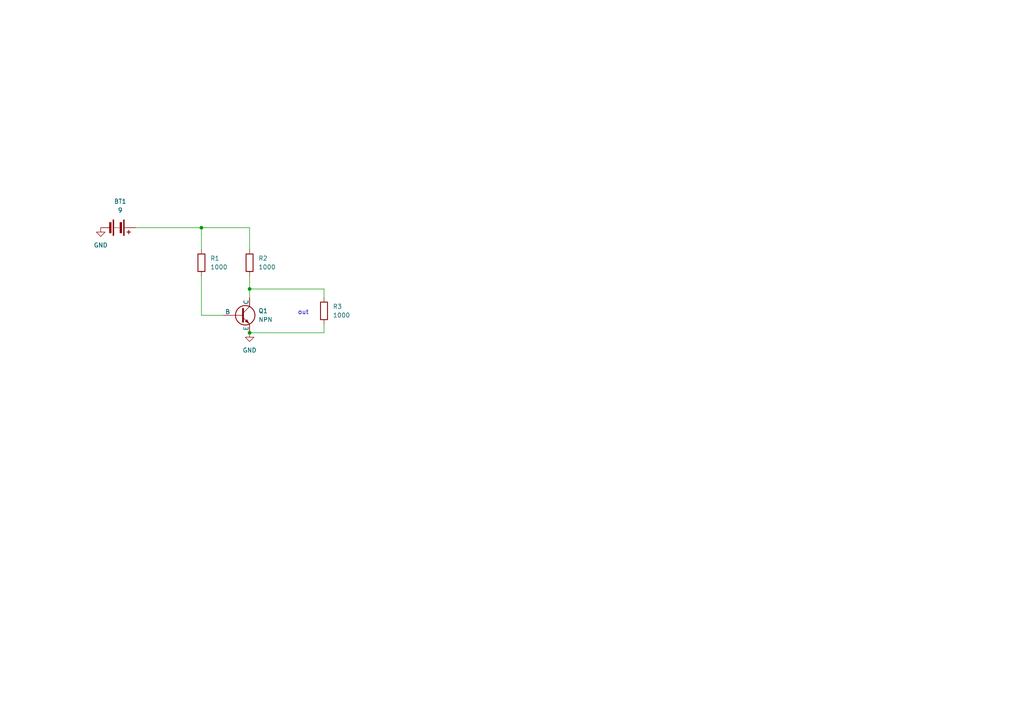
<source format=kicad_sch>
(kicad_sch (version 20230121) (generator eeschema)
  (paper "A4")
  (lib_symbols
    (symbol "Device:Battery" (pin_numbers hide) (pin_names (offset 0) hide)
      (property "Reference" "BT" (at 2.54 2.54 0))
      (property "Value" "Battery" (at 2.54 0 0))
      (symbol "Battery_0_1"
        (rectangle (start -2.286 -1.27) (end 2.286 -1.524) (fill (type outline)))
        (rectangle (start -2.286 1.778) (end 2.286 1.524) (fill (type outline)))
        (rectangle (start -1.524 -2.032) (end 1.524 -2.54) (fill (type outline)))
        (rectangle (start -1.524 1.016) (end 1.524 0.508) (fill (type outline)))
        (polyline (pts (xy 0 -1.016) (xy 0 -0.762)))
        (polyline (pts (xy 0 -0.508) (xy 0 -0.254)))
        (polyline (pts (xy 0 0) (xy 0 0.254)))
        (polyline (pts (xy 0 1.778) (xy 0 2.54)))
        (polyline (pts (xy 0.762 3.048) (xy 1.778 3.048)) (stroke (width 0.254)))
        (polyline (pts (xy 1.27 3.556) (xy 1.27 2.54)) (stroke (width 0.254)))
      )
      (symbol "Battery_1_1"
        (pin passive line (at 0 5.08 270) (length 2.54) (name "+") (number "1"))
        (pin passive line (at 0 -5.08 90) (length 2.54) (name "-") (number "2"))
      )
    )
    (symbol "Device:R" (pin_numbers hide) (pin_names (offset 0))
      (property "Reference" "R" (at 2.032 0 90))
      (property "Value" "R" (at 0 0 90))
      (symbol "R_0_1"
        (rectangle (start -1.016 -2.54) (end 1.016 2.54) (stroke (width 0.254)))
      )
      (symbol "R_1_1"
        (pin passive line (at 0 3.81 270) (length 1.27) (name "~") (number "1"))
        (pin passive line (at 0 -3.81 90) (length 1.27) (name "~") (number "2"))
      )
    )
    (symbol "Simulation_SPICE:NPN" (pin_numbers hide) (pin_names (offset 0))
      (property "Reference" "Q" (at -2.54 7.62 0))
      (property "Value" "NPN" (at -2.54 5.08 0))
      (symbol "NPN_0_1"
        (polyline (pts (xy -2.54 0) (xy 0.635 0)) (stroke (width 0.1524)))
        (polyline (pts (xy 0.635 0.635) (xy 2.54 2.54)))
        (polyline (pts (xy 2.794 -1.27) (xy 2.794 -1.27)) (stroke (width 0.1524)))
        (polyline (pts (xy 2.794 -1.27) (xy 2.794 -1.27)) (stroke (width 0.1524)))
        (polyline (pts (xy 0.635 -0.635) (xy 2.54 -2.54) (xy 2.54 -2.54)))
        (polyline (pts (xy 0.635 1.905) (xy 0.635 -1.905) (xy 0.635 -1.905)) (stroke (width 0.508)))
        (polyline (pts (xy 1.27 -1.778) (xy 1.778 -1.27) (xy 2.286 -2.286) (xy 1.27 -1.778) (xy 1.27 -1.778)) (fill (type outline)))
        (circle (center 1.27 0) (radius 2.8194) (stroke (width 0.254)))
      )
      (symbol "NPN_1_1"
        (pin open_collector line (at 2.54 5.08 270) (length 2.54) (name "C") (number "1"))
        (pin input line (at -5.08 0 0) (length 2.54) (name "B") (number "2"))
        (pin open_emitter line (at 2.54 -5.08 90) (length 2.54) (name "E") (number "3"))
      )
    )
    (symbol "power:GND" (power) (pin_names (offset 0))
      (property "Value" "GND" (at 0 -3.81 0))
      (symbol "GND_0_1"
        (polyline (pts (xy 0 0) (xy 0 -1.27) (xy 1.27 -1.27) (xy 0 -2.54) (xy -1.27 -1.27) (xy 0 -1.27)))
      )
      (symbol "GND_1_1"
        (pin power_in line (at 0 0 270) (length 0) hide (name "GND") (number "1"))
      )
    )
  )
  (junction (at 72.39 83.82))
  (junction (at 58.42 66.04))
  (junction (at 72.39 96.52))
  (wire (pts (xy 72.39 83.82) (xy 72.39 86.36)))
  (wire (pts (xy 72.39 83.82) (xy 93.98 83.82)))
  (wire (pts (xy 72.39 66.04) (xy 72.39 72.39)))
  (wire (pts (xy 39.37 66.04) (xy 58.42 66.04)))
  (wire (pts (xy 93.98 96.52) (xy 72.39 96.52)))
  (wire (pts (xy 58.42 91.44) (xy 58.42 80.01)))
  (wire (pts (xy 93.98 83.82) (xy 93.98 86.36)))
  (wire (pts (xy 58.42 66.04) (xy 58.42 72.39)))
  (wire (pts (xy 58.42 66.04) (xy 72.39 66.04)))
  (wire (pts (xy 93.98 93.98) (xy 93.98 96.52)))
  (wire (pts (xy 72.39 80.01) (xy 72.39 83.82)))
  (wire (pts (xy 64.77 91.44) (xy 58.42 91.44)))
  (text "out" (at 86.36 91.44 0) (effects (font (size 1.27 1.27)) (justify left bottom)))
  (symbol (lib_id "power:GND") (at 29.21 66.04 0) (unit 1)
    (property "Reference" "#PWR01" (effects hide))
    (property "Value" "GND" (at 29.21 71.12 0))
  )
  (symbol (lib_id "Device:R") (at 93.98 90.17 0) (unit 1)
    (property "Reference" "R3" (at 96.52 88.9 0) (effects (justify left)))
    (property "Value" "1000" (at 96.52 91.44 0) (effects (justify left)))
  )
  (symbol (lib_id "Device:R") (at 58.42 76.2 0) (unit 1)
    (property "Reference" "R1" (at 60.96 74.93 0) (effects (justify left)))
    (property "Value" "1000" (at 60.96 77.47 0) (effects (justify left)))
  )
  (symbol (lib_id "power:GND") (at 72.39 96.52 0) (unit 1)
    (property "Reference" "#PWR02" (effects hide))
    (property "Value" "GND" (at 72.39 101.6 0))
  )
  (symbol (lib_id "Simulation_SPICE:NPN") (at 69.85 91.44 0) (unit 1)
    (property "Reference" "Q1" (at 74.93 90.17 0) (effects (justify left)))
    (property "Value" "NPN" (at 74.93 92.71 0) (effects (justify left)))
    (property "Sim.Device" "NPN" (effects hide))
    (property "Sim.Type" "GUMMELPOON" (effects hide))
    (property "Sim.Pins" "1=C 2=B 3=E" (effects hide))
  )
  (symbol (lib_id "Device:Battery") (at 34.29 66.04 270) (unit 1)
    (property "Reference" "BT1" (at 34.8615 58.42 90))
    (property "Value" "9" (at 34.8615 60.96 90))
    (property "Sim.Device" "V" (effects hide))
    (property "Sim.Type" "DC" (effects hide))
    (property "Sim.Pins" "1=+ 2=-" (effects hide))
    (property "Sim.Params" "dc=9" (effects hide))
  )
  (symbol (lib_id "Device:R") (at 72.39 76.2 0) (unit 1)
    (property "Reference" "R2" (at 74.93 74.93 0) (effects (justify left)))
    (property "Value" "1000" (at 74.93 77.47 0) (effects (justify left)))
  )
)
</source>
